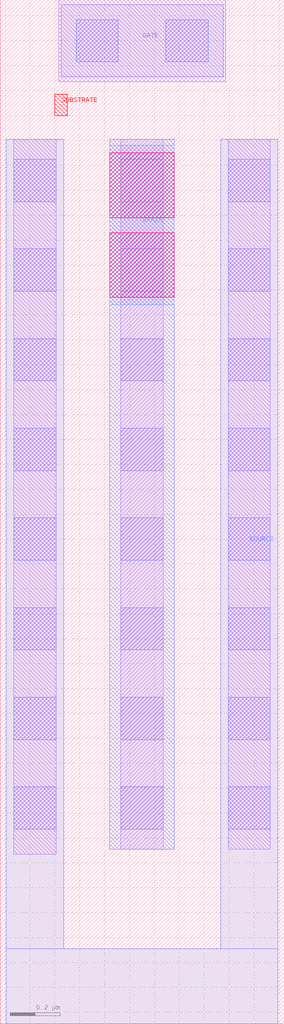
<source format=lef>
# Copyright 2020 The SkyWater PDK Authors
#
# Licensed under the Apache License, Version 2.0 (the "License");
# you may not use this file except in compliance with the License.
# You may obtain a copy of the License at
#
#     https://www.apache.org/licenses/LICENSE-2.0
#
# Unless required by applicable law or agreed to in writing, software
# distributed under the License is distributed on an "AS IS" BASIS,
# WITHOUT WARRANTIES OR CONDITIONS OF ANY KIND, either express or implied.
# See the License for the specific language governing permissions and
# limitations under the License.
#
# SPDX-License-Identifier: Apache-2.0

VERSION 5.7 ;
  NOWIREEXTENSIONATPIN ON ;
  DIVIDERCHAR "/" ;
  BUSBITCHARS "[]" ;
MACRO sky130_fd_pr__rf_nfet_01v8_lvt_aF02W3p00L0p15
  CLASS BLOCK ;
  FOREIGN sky130_fd_pr__rf_nfet_01v8_lvt_aF02W3p00L0p15 ;
  ORIGIN -0.180000  0.445000 ;
  SIZE  1.140000 BY  4.110000 ;
  PIN DRAIN
    ANTENNADIFFAREA  0.840000 ;
    PORT
      LAYER met2 ;
        RECT 0.620000 2.440000 0.880000 3.080000 ;
    END
  END DRAIN
  PIN GATE
    ANTENNAGATEAREA  0.900000 ;
    PORT
      LAYER met1 ;
        RECT 0.425000 3.355000 1.075000 3.645000 ;
    END
  END GATE
  PIN SOURCE
    ANTENNADIFFAREA  1.680000 ;
    PORT
      LAYER met1 ;
        RECT 0.205000 -0.445000 1.295000 -0.145000 ;
        RECT 0.205000 -0.145000 0.435000  3.105000 ;
        RECT 1.065000 -0.145000 1.295000  3.105000 ;
    END
  END SOURCE
  PIN SUBSTRATE
    PORT
      LAYER pwell ;
        RECT 0.400000 3.200000 0.450000 3.285000 ;
    END
  END SUBSTRATE
  OBS
    LAYER li1 ;
      RECT 0.235000 0.235000 0.405000 3.105000 ;
      RECT 0.415000 3.335000 1.085000 3.665000 ;
      RECT 0.665000 0.255000 0.835000 3.105000 ;
      RECT 1.095000 0.255000 1.265000 3.105000 ;
    LAYER mcon ;
      RECT 0.235000 0.335000 0.405000 0.505000 ;
      RECT 0.235000 0.695000 0.405000 0.865000 ;
      RECT 0.235000 1.055000 0.405000 1.225000 ;
      RECT 0.235000 1.415000 0.405000 1.585000 ;
      RECT 0.235000 1.775000 0.405000 1.945000 ;
      RECT 0.235000 2.135000 0.405000 2.305000 ;
      RECT 0.235000 2.495000 0.405000 2.665000 ;
      RECT 0.235000 2.855000 0.405000 3.025000 ;
      RECT 0.485000 3.415000 0.655000 3.585000 ;
      RECT 0.665000 0.335000 0.835000 0.505000 ;
      RECT 0.665000 0.695000 0.835000 0.865000 ;
      RECT 0.665000 1.055000 0.835000 1.225000 ;
      RECT 0.665000 1.415000 0.835000 1.585000 ;
      RECT 0.665000 1.775000 0.835000 1.945000 ;
      RECT 0.665000 2.135000 0.835000 2.305000 ;
      RECT 0.665000 2.495000 0.835000 2.665000 ;
      RECT 0.665000 2.855000 0.835000 3.025000 ;
      RECT 0.845000 3.415000 1.015000 3.585000 ;
      RECT 1.095000 0.335000 1.265000 0.505000 ;
      RECT 1.095000 0.695000 1.265000 0.865000 ;
      RECT 1.095000 1.055000 1.265000 1.225000 ;
      RECT 1.095000 1.415000 1.265000 1.585000 ;
      RECT 1.095000 1.775000 1.265000 1.945000 ;
      RECT 1.095000 2.135000 1.265000 2.305000 ;
      RECT 1.095000 2.495000 1.265000 2.665000 ;
      RECT 1.095000 2.855000 1.265000 3.025000 ;
    LAYER met1 ;
      RECT 0.620000 0.255000 0.880000 3.105000 ;
    LAYER via ;
      RECT 0.620000 2.470000 0.880000 2.730000 ;
      RECT 0.620000 2.790000 0.880000 3.050000 ;
  END
END sky130_fd_pr__rf_nfet_01v8_lvt_aF02W3p00L0p15
END LIBRARY

</source>
